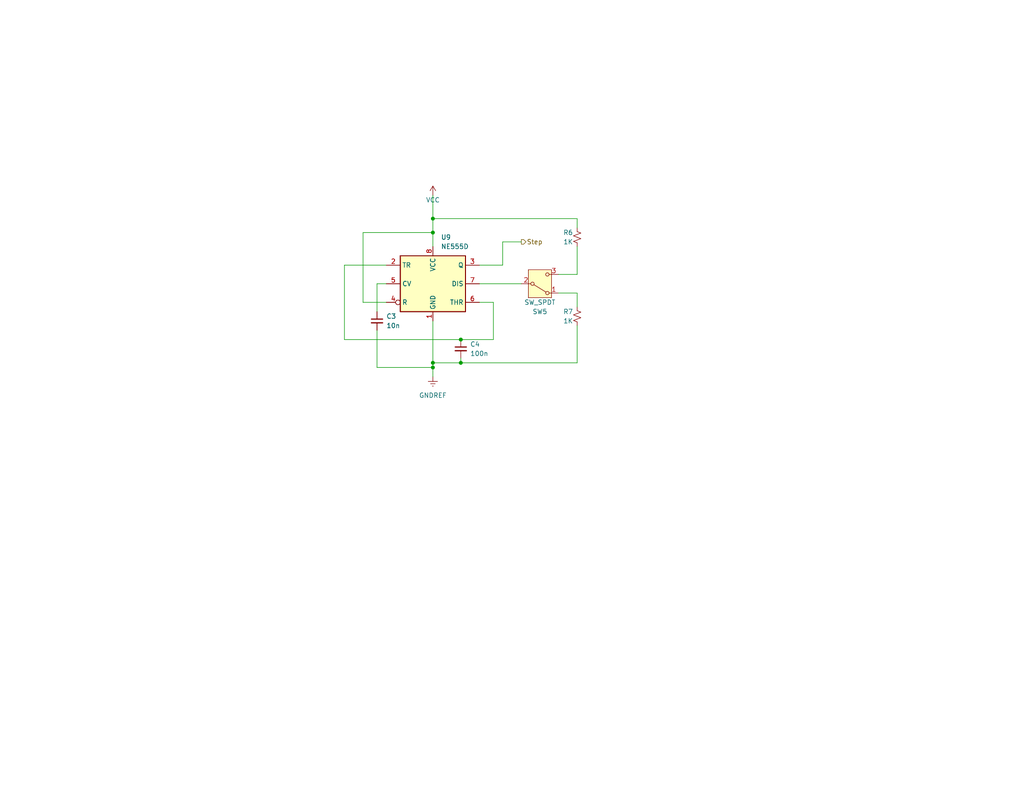
<source format=kicad_sch>
(kicad_sch (version 20230121) (generator eeschema)
  (paper "USLetter")
  (title_block (date "2023-11-22") (rev "1.0.2") (company "16-Bit Computer From Scratch") (comment 1 "Adam Clark (@eryjus)"))
  (lib_symbols
    (symbol "Device:C_Small" (pin_numbers hide) (pin_names (offset 0.254) hide)
      (property "Reference" "C" (at 0.254 1.778 0))
      (property "Value" "C_Small" (at 0.254 -2.032 0))
      (symbol "C_Small_0_1"
        (polyline (pts (xy -1.524 -0.508) (xy 1.524 -0.508)) (stroke (width 0.3302)))
        (polyline (pts (xy -1.524 0.508) (xy 1.524 0.508)) (stroke (width 0.3048)))
      )
      (symbol "C_Small_1_1"
        (pin passive line (at 0 2.54 270) (length 2.032) (name "~") (number "1"))
        (pin passive line (at 0 -2.54 90) (length 2.032) (name "~") (number "2"))
      )
    )
    (symbol "Device:R_Small_US" (pin_numbers hide) (pin_names (offset 0.254) hide)
      (property "Reference" "R" (at 0.762 0.508 0))
      (property "Value" "R_Small_US" (at 0.762 -1.016 0))
      (symbol "R_Small_US_1_1"
        (polyline (pts (xy 0 0) (xy 1.016 -0.381) (xy 0 -0.762) (xy -1.016 -1.143) (xy 0 -1.524)))
        (polyline (pts (xy 0 1.524) (xy 1.016 1.143) (xy 0 0.762) (xy -1.016 0.381) (xy 0 0)))
        (pin passive line (at 0 2.54 270) (length 1.016) (name "~") (number "1"))
        (pin passive line (at 0 -2.54 90) (length 1.016) (name "~") (number "2"))
      )
    )
    (symbol "Switch:SW_SPDT" (pin_names (offset 0) hide)
      (property "Reference" "SW" (at 0 5.08 0))
      (property "Value" "SW_SPDT" (at 0 -5.08 0))
      (symbol "SW_SPDT_0_1"
        (circle (center -2.032 0) (radius 0.4572))
        (polyline (pts (xy -1.651 0.254) (xy 1.651 2.286)))
        (circle (center 2.032 -2.54) (radius 0.4572))
        (circle (center 2.032 2.54) (radius 0.4572))
      )
      (symbol "SW_SPDT_1_1"
        (rectangle (start -3.175 3.81) (end 3.175 -3.81) (fill (type background)))
        (pin passive line (at 5.08 2.54 180) (length 2.54) (name "A") (number "1"))
        (pin passive line (at -5.08 0 0) (length 2.54) (name "B") (number "2"))
        (pin passive line (at 5.08 -2.54 180) (length 2.54) (name "C") (number "3"))
      )
    )
    (symbol "Timer:NE555D"
      (property "Reference" "U" (at -10.16 8.89 0))
      (property "Value" "NE555D" (at 2.54 8.89 0))
      (symbol "NE555D_0_0"
        (pin power_in line (at 0 -10.16 90) (length 2.54) (name "GND") (number "1"))
        (pin power_in line (at 0 10.16 270) (length 2.54) (name "VCC") (number "8"))
      )
      (symbol "NE555D_0_1"
        (rectangle (start -8.89 -7.62) (end 8.89 7.62) (stroke (width 0.254)) (fill (type background)))
        (rectangle (start -8.89 -7.62) (end 8.89 7.62) (stroke (width 0.254)) (fill (type background)))
      )
      (symbol "NE555D_1_1"
        (pin input line (at -12.7 5.08 0) (length 3.81) (name "TR") (number "2"))
        (pin output line (at 12.7 5.08 180) (length 3.81) (name "Q") (number "3"))
        (pin input inverted (at -12.7 -5.08 0) (length 3.81) (name "R") (number "4"))
        (pin input line (at -12.7 0 0) (length 3.81) (name "CV") (number "5"))
        (pin input line (at 12.7 -5.08 180) (length 3.81) (name "THR") (number "6"))
        (pin input line (at 12.7 0 180) (length 3.81) (name "DIS") (number "7"))
      )
    )
    (symbol "power:GNDREF" (power) (pin_names (offset 0))
      (property "Value" "GNDREF" (at 0 -3.81 0))
      (symbol "GNDREF_0_1"
        (polyline (pts (xy -0.635 -1.905) (xy 0.635 -1.905)))
        (polyline (pts (xy -0.127 -2.54) (xy 0.127 -2.54)))
        (polyline (pts (xy 0 -1.27) (xy 0 0)))
        (polyline (pts (xy 1.27 -1.27) (xy -1.27 -1.27)))
      )
      (symbol "GNDREF_1_1"
        (pin power_in line (at 0 0 270) (length 0) hide (name "GNDREF") (number "1"))
      )
    )
    (symbol "power:VCC" (power) (pin_names (offset 0))
      (property "Value" "VCC" (at 0 3.81 0))
      (symbol "VCC_0_1"
        (polyline (pts (xy -0.762 1.27) (xy 0 2.54)))
        (polyline (pts (xy 0 0) (xy 0 2.54)))
        (polyline (pts (xy 0 2.54) (xy 0.762 1.27)))
      )
      (symbol "VCC_1_1"
        (pin power_in line (at 0 0 90) (length 0) hide (name "VCC") (number "1"))
      )
    )
  )
  (junction (at 118.11 59.69))
  (junction (at 118.11 99.06))
  (junction (at 125.73 99.06))
  (junction (at 118.11 63.5))
  (junction (at 125.73 92.71))
  (junction (at 118.11 100.33))
  (wire (pts (xy 105.41 77.47) (xy 102.87 77.47)))
  (wire (pts (xy 105.41 82.55) (xy 99.06 82.55)))
  (wire (pts (xy 152.4 74.93) (xy 157.48 74.93)))
  (wire (pts (xy 99.06 82.55) (xy 99.06 63.5)))
  (wire (pts (xy 157.48 80.01) (xy 157.48 83.82)))
  (wire (pts (xy 157.48 88.9) (xy 157.48 99.06)))
  (wire (pts (xy 102.87 77.47) (xy 102.87 85.09)))
  (wire (pts (xy 102.87 100.33) (xy 118.11 100.33)))
  (wire (pts (xy 125.73 99.06) (xy 118.11 99.06)))
  (wire (pts (xy 93.98 72.39) (xy 93.98 92.71)))
  (wire (pts (xy 134.62 92.71) (xy 134.62 82.55)))
  (wire (pts (xy 118.11 100.33) (xy 118.11 102.87)))
  (wire (pts (xy 157.48 74.93) (xy 157.48 67.31)))
  (wire (pts (xy 125.73 92.71) (xy 134.62 92.71)))
  (wire (pts (xy 130.81 77.47) (xy 142.24 77.47)))
  (wire (pts (xy 105.41 72.39) (xy 93.98 72.39)))
  (wire (pts (xy 125.73 97.79) (xy 125.73 99.06)))
  (wire (pts (xy 93.98 92.71) (xy 125.73 92.71)))
  (wire (pts (xy 118.11 53.34) (xy 118.11 59.69)))
  (wire (pts (xy 152.4 80.01) (xy 157.48 80.01)))
  (wire (pts (xy 118.11 63.5) (xy 118.11 67.31)))
  (wire (pts (xy 157.48 59.69) (xy 118.11 59.69)))
  (wire (pts (xy 157.48 62.23) (xy 157.48 59.69)))
  (wire (pts (xy 118.11 100.33) (xy 118.11 99.06)))
  (wire (pts (xy 137.16 72.39) (xy 130.81 72.39)))
  (wire (pts (xy 102.87 90.17) (xy 102.87 100.33)))
  (wire (pts (xy 118.11 59.69) (xy 118.11 63.5)))
  (wire (pts (xy 134.62 82.55) (xy 130.81 82.55)))
  (wire (pts (xy 157.48 99.06) (xy 125.73 99.06)))
  (wire (pts (xy 137.16 66.04) (xy 137.16 72.39)))
  (wire (pts (xy 118.11 99.06) (xy 118.11 87.63)))
  (wire (pts (xy 142.24 66.04) (xy 137.16 66.04)))
  (wire (pts (xy 99.06 63.5) (xy 118.11 63.5)))
  (hierarchical_label "Step" (shape output) (at 142.24 66.04 0))
  (symbol (lib_id "Device:C_Small") (at 102.87 87.63 0) (unit 1)
    (property "Reference" "C3" (at 105.41 86.3663 0) (effects (justify left)))
    (property "Value" "10n" (at 105.41 88.9063 0) (effects (justify left)))
  )
  (symbol (lib_id "power:VCC") (at 118.11 53.34 0) (unit 1)
    (property "Reference" "#PWR09" (effects hide))
    (property "Value" "VCC" (at 118.11 54.61 0))
  )
  (symbol (lib_id "Device:R_Small_US") (at 157.48 86.36 0) (unit 1)
    (property "Reference" "R7" (at 153.67 85.09 0) (effects (justify left)))
    (property "Value" "1K" (at 153.67 87.63 0) (effects (justify left)))
  )
  (symbol (lib_id "Device:R_Small_US") (at 157.48 64.77 0) (unit 1)
    (property "Reference" "R6" (at 153.67 63.5 0) (effects (justify left)))
    (property "Value" "1K" (at 153.67 66.04 0) (effects (justify left)))
  )
  (symbol (lib_id "Switch:SW_SPDT") (at 147.32 77.47 0) (mirror x) (unit 1)
    (property "Reference" "SW5" (at 147.32 85.09 0))
    (property "Value" "SW_SPDT" (at 147.32 82.55 0))
  )
  (symbol (lib_id "power:GNDREF") (at 118.11 102.87 0) (unit 1)
    (property "Reference" "#PWR010" (effects hide))
    (property "Value" "GNDREF" (at 118.11 107.95 0))
  )
  (symbol (lib_id "Device:C_Small") (at 125.73 95.25 0) (unit 1)
    (property "Reference" "C4" (at 128.27 93.9863 0) (effects (justify left)))
    (property "Value" "100n" (at 128.27 96.5263 0) (effects (justify left)))
  )
  (symbol (lib_id "Timer:NE555D") (at 118.11 77.47 0) (unit 1)
    (property "Reference" "U9" (at 120.3041 64.77 0) (effects (justify left)))
    (property "Value" "NE555D" (at 120.3041 67.31 0) (effects (justify left)))
    (property "Footprint" "Package_SO:SOIC-8_3.9x4.9mm_P1.27mm" (effects hide))
    (property "Datasheet" "http://www.ti.com/lit/ds/symlink/ne555.pdf" (effects hide))
  )
)
</source>
